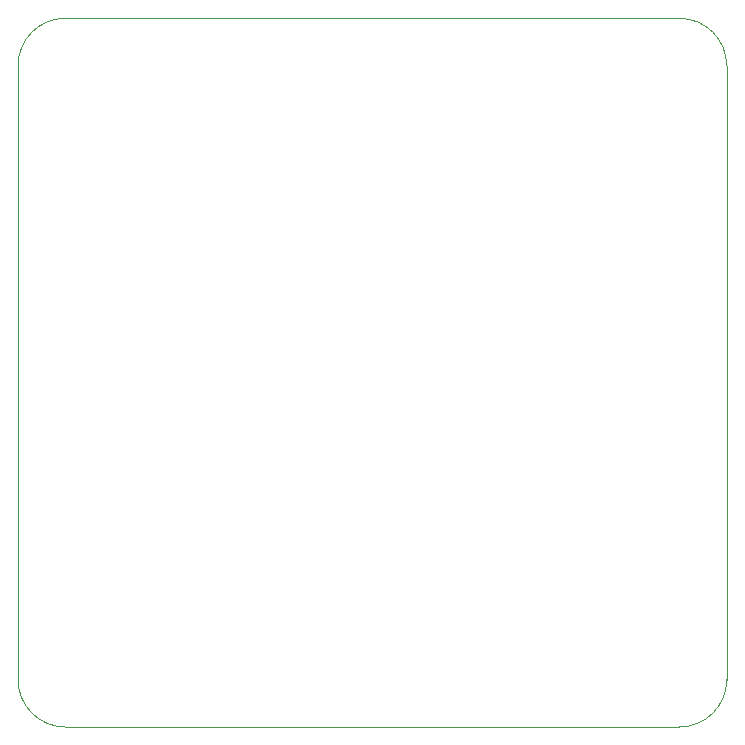
<source format=gbr>
G04 #@! TF.GenerationSoftware,KiCad,Pcbnew,5.99.0-unknown-dd374e12a~102~ubuntu20.04.1*
G04 #@! TF.CreationDate,2020-12-05T09:27:29-08:00*
G04 #@! TF.ProjectId,BLDC,424c4443-2e6b-4696-9361-645f70636258,rev?*
G04 #@! TF.SameCoordinates,Original*
G04 #@! TF.FileFunction,Profile,NP*
%FSLAX46Y46*%
G04 Gerber Fmt 4.6, Leading zero omitted, Abs format (unit mm)*
G04 Created by KiCad (PCBNEW 5.99.0-unknown-dd374e12a~102~ubuntu20.04.1) date 2020-12-05 09:27:29*
%MOMM*%
%LPD*%
G01*
G04 APERTURE LIST*
G04 #@! TA.AperFunction,Profile*
%ADD10C,0.050000*%
G04 #@! TD*
G04 APERTURE END LIST*
D10*
X122493019Y-75000006D02*
X174500000Y-75000000D01*
X174500000Y-135000000D02*
X122500000Y-135000000D01*
X122493019Y-75000006D02*
G75*
G03*
X118500000Y-79000000I6981J-3999994D01*
G01*
X178500000Y-131000000D02*
X178500000Y-79000000D01*
X118500000Y-131000000D02*
G75*
G03*
X122500000Y-135000000I4000000J0D01*
G01*
X118500000Y-79000000D02*
X118500000Y-131000000D01*
X178500000Y-79000000D02*
G75*
G03*
X174500000Y-75000000I-4000000J0D01*
G01*
X174500000Y-135000000D02*
G75*
G03*
X178500000Y-131000000I0J4000000D01*
G01*
M02*

</source>
